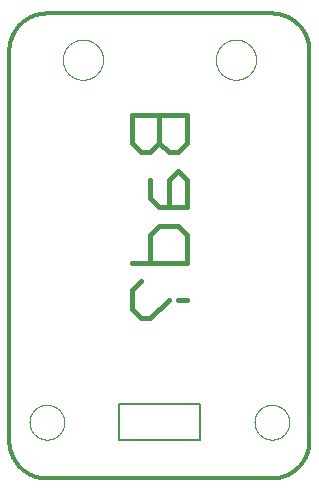
<source format=gbo>
G75*
%MOIN*%
%OFA0B0*%
%FSLAX25Y25*%
%IPPOS*%
%LPD*%
%AMOC8*
5,1,8,0,0,1.08239X$1,22.5*
%
%ADD10C,0.01200*%
%ADD11C,0.00000*%
%ADD12C,0.01600*%
%ADD13C,0.00500*%
D10*
X0009700Y0022200D02*
X0009700Y0152200D01*
X0009704Y0152502D01*
X0009715Y0152804D01*
X0009733Y0153105D01*
X0009758Y0153406D01*
X0009791Y0153707D01*
X0009831Y0154006D01*
X0009878Y0154304D01*
X0009933Y0154602D01*
X0009994Y0154897D01*
X0010063Y0155191D01*
X0010139Y0155484D01*
X0010222Y0155774D01*
X0010312Y0156063D01*
X0010409Y0156349D01*
X0010512Y0156633D01*
X0010623Y0156914D01*
X0010740Y0157192D01*
X0010864Y0157468D01*
X0010995Y0157740D01*
X0011132Y0158009D01*
X0011275Y0158275D01*
X0011425Y0158537D01*
X0011582Y0158796D01*
X0011744Y0159050D01*
X0011913Y0159301D01*
X0012087Y0159547D01*
X0012268Y0159790D01*
X0012454Y0160027D01*
X0012646Y0160261D01*
X0012844Y0160489D01*
X0013047Y0160713D01*
X0013255Y0160931D01*
X0013469Y0161145D01*
X0013687Y0161353D01*
X0013911Y0161556D01*
X0014139Y0161754D01*
X0014373Y0161946D01*
X0014610Y0162132D01*
X0014853Y0162313D01*
X0015099Y0162487D01*
X0015350Y0162656D01*
X0015604Y0162818D01*
X0015863Y0162975D01*
X0016125Y0163125D01*
X0016391Y0163268D01*
X0016660Y0163405D01*
X0016932Y0163536D01*
X0017208Y0163660D01*
X0017486Y0163777D01*
X0017767Y0163888D01*
X0018051Y0163991D01*
X0018337Y0164088D01*
X0018626Y0164178D01*
X0018916Y0164261D01*
X0019209Y0164337D01*
X0019503Y0164406D01*
X0019798Y0164467D01*
X0020096Y0164522D01*
X0020394Y0164569D01*
X0020693Y0164609D01*
X0020994Y0164642D01*
X0021295Y0164667D01*
X0021596Y0164685D01*
X0021898Y0164696D01*
X0022200Y0164700D01*
X0097200Y0164700D01*
X0097502Y0164696D01*
X0097804Y0164685D01*
X0098105Y0164667D01*
X0098406Y0164642D01*
X0098707Y0164609D01*
X0099006Y0164569D01*
X0099304Y0164522D01*
X0099602Y0164467D01*
X0099897Y0164406D01*
X0100191Y0164337D01*
X0100484Y0164261D01*
X0100774Y0164178D01*
X0101063Y0164088D01*
X0101349Y0163991D01*
X0101633Y0163888D01*
X0101914Y0163777D01*
X0102192Y0163660D01*
X0102468Y0163536D01*
X0102740Y0163405D01*
X0103009Y0163268D01*
X0103275Y0163125D01*
X0103537Y0162975D01*
X0103796Y0162818D01*
X0104050Y0162656D01*
X0104301Y0162487D01*
X0104547Y0162313D01*
X0104790Y0162132D01*
X0105027Y0161946D01*
X0105261Y0161754D01*
X0105489Y0161556D01*
X0105713Y0161353D01*
X0105931Y0161145D01*
X0106145Y0160931D01*
X0106353Y0160713D01*
X0106556Y0160489D01*
X0106754Y0160261D01*
X0106946Y0160027D01*
X0107132Y0159790D01*
X0107313Y0159547D01*
X0107487Y0159301D01*
X0107656Y0159050D01*
X0107818Y0158796D01*
X0107975Y0158537D01*
X0108125Y0158275D01*
X0108268Y0158009D01*
X0108405Y0157740D01*
X0108536Y0157468D01*
X0108660Y0157192D01*
X0108777Y0156914D01*
X0108888Y0156633D01*
X0108991Y0156349D01*
X0109088Y0156063D01*
X0109178Y0155774D01*
X0109261Y0155484D01*
X0109337Y0155191D01*
X0109406Y0154897D01*
X0109467Y0154602D01*
X0109522Y0154304D01*
X0109569Y0154006D01*
X0109609Y0153707D01*
X0109642Y0153406D01*
X0109667Y0153105D01*
X0109685Y0152804D01*
X0109696Y0152502D01*
X0109700Y0152200D01*
X0109700Y0022200D01*
X0109696Y0021898D01*
X0109685Y0021596D01*
X0109667Y0021295D01*
X0109642Y0020994D01*
X0109609Y0020693D01*
X0109569Y0020394D01*
X0109522Y0020096D01*
X0109467Y0019798D01*
X0109406Y0019503D01*
X0109337Y0019209D01*
X0109261Y0018916D01*
X0109178Y0018626D01*
X0109088Y0018337D01*
X0108991Y0018051D01*
X0108888Y0017767D01*
X0108777Y0017486D01*
X0108660Y0017208D01*
X0108536Y0016932D01*
X0108405Y0016660D01*
X0108268Y0016391D01*
X0108125Y0016125D01*
X0107975Y0015863D01*
X0107818Y0015604D01*
X0107656Y0015350D01*
X0107487Y0015099D01*
X0107313Y0014853D01*
X0107132Y0014610D01*
X0106946Y0014373D01*
X0106754Y0014139D01*
X0106556Y0013911D01*
X0106353Y0013687D01*
X0106145Y0013469D01*
X0105931Y0013255D01*
X0105713Y0013047D01*
X0105489Y0012844D01*
X0105261Y0012646D01*
X0105027Y0012454D01*
X0104790Y0012268D01*
X0104547Y0012087D01*
X0104301Y0011913D01*
X0104050Y0011744D01*
X0103796Y0011582D01*
X0103537Y0011425D01*
X0103275Y0011275D01*
X0103009Y0011132D01*
X0102740Y0010995D01*
X0102468Y0010864D01*
X0102192Y0010740D01*
X0101914Y0010623D01*
X0101633Y0010512D01*
X0101349Y0010409D01*
X0101063Y0010312D01*
X0100774Y0010222D01*
X0100484Y0010139D01*
X0100191Y0010063D01*
X0099897Y0009994D01*
X0099602Y0009933D01*
X0099304Y0009878D01*
X0099006Y0009831D01*
X0098707Y0009791D01*
X0098406Y0009758D01*
X0098105Y0009733D01*
X0097804Y0009715D01*
X0097502Y0009704D01*
X0097200Y0009700D01*
X0022200Y0009700D01*
X0021898Y0009704D01*
X0021596Y0009715D01*
X0021295Y0009733D01*
X0020994Y0009758D01*
X0020693Y0009791D01*
X0020394Y0009831D01*
X0020096Y0009878D01*
X0019798Y0009933D01*
X0019503Y0009994D01*
X0019209Y0010063D01*
X0018916Y0010139D01*
X0018626Y0010222D01*
X0018337Y0010312D01*
X0018051Y0010409D01*
X0017767Y0010512D01*
X0017486Y0010623D01*
X0017208Y0010740D01*
X0016932Y0010864D01*
X0016660Y0010995D01*
X0016391Y0011132D01*
X0016125Y0011275D01*
X0015863Y0011425D01*
X0015604Y0011582D01*
X0015350Y0011744D01*
X0015099Y0011913D01*
X0014853Y0012087D01*
X0014610Y0012268D01*
X0014373Y0012454D01*
X0014139Y0012646D01*
X0013911Y0012844D01*
X0013687Y0013047D01*
X0013469Y0013255D01*
X0013255Y0013469D01*
X0013047Y0013687D01*
X0012844Y0013911D01*
X0012646Y0014139D01*
X0012454Y0014373D01*
X0012268Y0014610D01*
X0012087Y0014853D01*
X0011913Y0015099D01*
X0011744Y0015350D01*
X0011582Y0015604D01*
X0011425Y0015863D01*
X0011275Y0016125D01*
X0011132Y0016391D01*
X0010995Y0016660D01*
X0010864Y0016932D01*
X0010740Y0017208D01*
X0010623Y0017486D01*
X0010512Y0017767D01*
X0010409Y0018051D01*
X0010312Y0018337D01*
X0010222Y0018626D01*
X0010139Y0018916D01*
X0010063Y0019209D01*
X0009994Y0019503D01*
X0009933Y0019798D01*
X0009878Y0020096D01*
X0009831Y0020394D01*
X0009791Y0020693D01*
X0009758Y0020994D01*
X0009733Y0021295D01*
X0009715Y0021596D01*
X0009704Y0021898D01*
X0009700Y0022200D01*
D11*
X0016400Y0028450D02*
X0016402Y0028602D01*
X0016408Y0028754D01*
X0016418Y0028905D01*
X0016432Y0029056D01*
X0016450Y0029207D01*
X0016471Y0029357D01*
X0016497Y0029507D01*
X0016527Y0029656D01*
X0016560Y0029804D01*
X0016598Y0029951D01*
X0016639Y0030097D01*
X0016684Y0030242D01*
X0016733Y0030386D01*
X0016785Y0030529D01*
X0016841Y0030670D01*
X0016901Y0030809D01*
X0016965Y0030947D01*
X0017032Y0031083D01*
X0017103Y0031218D01*
X0017177Y0031350D01*
X0017255Y0031480D01*
X0017336Y0031609D01*
X0017420Y0031735D01*
X0017508Y0031859D01*
X0017599Y0031981D01*
X0017693Y0032100D01*
X0017790Y0032217D01*
X0017890Y0032331D01*
X0017993Y0032442D01*
X0018099Y0032551D01*
X0018208Y0032657D01*
X0018319Y0032760D01*
X0018433Y0032860D01*
X0018550Y0032957D01*
X0018669Y0033051D01*
X0018791Y0033142D01*
X0018915Y0033230D01*
X0019041Y0033314D01*
X0019170Y0033395D01*
X0019300Y0033473D01*
X0019432Y0033547D01*
X0019567Y0033618D01*
X0019703Y0033685D01*
X0019841Y0033749D01*
X0019980Y0033809D01*
X0020121Y0033865D01*
X0020264Y0033917D01*
X0020408Y0033966D01*
X0020553Y0034011D01*
X0020699Y0034052D01*
X0020846Y0034090D01*
X0020994Y0034123D01*
X0021143Y0034153D01*
X0021293Y0034179D01*
X0021443Y0034200D01*
X0021594Y0034218D01*
X0021745Y0034232D01*
X0021896Y0034242D01*
X0022048Y0034248D01*
X0022200Y0034250D01*
X0022352Y0034248D01*
X0022504Y0034242D01*
X0022655Y0034232D01*
X0022806Y0034218D01*
X0022957Y0034200D01*
X0023107Y0034179D01*
X0023257Y0034153D01*
X0023406Y0034123D01*
X0023554Y0034090D01*
X0023701Y0034052D01*
X0023847Y0034011D01*
X0023992Y0033966D01*
X0024136Y0033917D01*
X0024279Y0033865D01*
X0024420Y0033809D01*
X0024559Y0033749D01*
X0024697Y0033685D01*
X0024833Y0033618D01*
X0024968Y0033547D01*
X0025100Y0033473D01*
X0025230Y0033395D01*
X0025359Y0033314D01*
X0025485Y0033230D01*
X0025609Y0033142D01*
X0025731Y0033051D01*
X0025850Y0032957D01*
X0025967Y0032860D01*
X0026081Y0032760D01*
X0026192Y0032657D01*
X0026301Y0032551D01*
X0026407Y0032442D01*
X0026510Y0032331D01*
X0026610Y0032217D01*
X0026707Y0032100D01*
X0026801Y0031981D01*
X0026892Y0031859D01*
X0026980Y0031735D01*
X0027064Y0031609D01*
X0027145Y0031480D01*
X0027223Y0031350D01*
X0027297Y0031218D01*
X0027368Y0031083D01*
X0027435Y0030947D01*
X0027499Y0030809D01*
X0027559Y0030670D01*
X0027615Y0030529D01*
X0027667Y0030386D01*
X0027716Y0030242D01*
X0027761Y0030097D01*
X0027802Y0029951D01*
X0027840Y0029804D01*
X0027873Y0029656D01*
X0027903Y0029507D01*
X0027929Y0029357D01*
X0027950Y0029207D01*
X0027968Y0029056D01*
X0027982Y0028905D01*
X0027992Y0028754D01*
X0027998Y0028602D01*
X0028000Y0028450D01*
X0027998Y0028298D01*
X0027992Y0028146D01*
X0027982Y0027995D01*
X0027968Y0027844D01*
X0027950Y0027693D01*
X0027929Y0027543D01*
X0027903Y0027393D01*
X0027873Y0027244D01*
X0027840Y0027096D01*
X0027802Y0026949D01*
X0027761Y0026803D01*
X0027716Y0026658D01*
X0027667Y0026514D01*
X0027615Y0026371D01*
X0027559Y0026230D01*
X0027499Y0026091D01*
X0027435Y0025953D01*
X0027368Y0025817D01*
X0027297Y0025682D01*
X0027223Y0025550D01*
X0027145Y0025420D01*
X0027064Y0025291D01*
X0026980Y0025165D01*
X0026892Y0025041D01*
X0026801Y0024919D01*
X0026707Y0024800D01*
X0026610Y0024683D01*
X0026510Y0024569D01*
X0026407Y0024458D01*
X0026301Y0024349D01*
X0026192Y0024243D01*
X0026081Y0024140D01*
X0025967Y0024040D01*
X0025850Y0023943D01*
X0025731Y0023849D01*
X0025609Y0023758D01*
X0025485Y0023670D01*
X0025359Y0023586D01*
X0025230Y0023505D01*
X0025100Y0023427D01*
X0024968Y0023353D01*
X0024833Y0023282D01*
X0024697Y0023215D01*
X0024559Y0023151D01*
X0024420Y0023091D01*
X0024279Y0023035D01*
X0024136Y0022983D01*
X0023992Y0022934D01*
X0023847Y0022889D01*
X0023701Y0022848D01*
X0023554Y0022810D01*
X0023406Y0022777D01*
X0023257Y0022747D01*
X0023107Y0022721D01*
X0022957Y0022700D01*
X0022806Y0022682D01*
X0022655Y0022668D01*
X0022504Y0022658D01*
X0022352Y0022652D01*
X0022200Y0022650D01*
X0022048Y0022652D01*
X0021896Y0022658D01*
X0021745Y0022668D01*
X0021594Y0022682D01*
X0021443Y0022700D01*
X0021293Y0022721D01*
X0021143Y0022747D01*
X0020994Y0022777D01*
X0020846Y0022810D01*
X0020699Y0022848D01*
X0020553Y0022889D01*
X0020408Y0022934D01*
X0020264Y0022983D01*
X0020121Y0023035D01*
X0019980Y0023091D01*
X0019841Y0023151D01*
X0019703Y0023215D01*
X0019567Y0023282D01*
X0019432Y0023353D01*
X0019300Y0023427D01*
X0019170Y0023505D01*
X0019041Y0023586D01*
X0018915Y0023670D01*
X0018791Y0023758D01*
X0018669Y0023849D01*
X0018550Y0023943D01*
X0018433Y0024040D01*
X0018319Y0024140D01*
X0018208Y0024243D01*
X0018099Y0024349D01*
X0017993Y0024458D01*
X0017890Y0024569D01*
X0017790Y0024683D01*
X0017693Y0024800D01*
X0017599Y0024919D01*
X0017508Y0025041D01*
X0017420Y0025165D01*
X0017336Y0025291D01*
X0017255Y0025420D01*
X0017177Y0025550D01*
X0017103Y0025682D01*
X0017032Y0025817D01*
X0016965Y0025953D01*
X0016901Y0026091D01*
X0016841Y0026230D01*
X0016785Y0026371D01*
X0016733Y0026514D01*
X0016684Y0026658D01*
X0016639Y0026803D01*
X0016598Y0026949D01*
X0016560Y0027096D01*
X0016527Y0027244D01*
X0016497Y0027393D01*
X0016471Y0027543D01*
X0016450Y0027693D01*
X0016432Y0027844D01*
X0016418Y0027995D01*
X0016408Y0028146D01*
X0016402Y0028298D01*
X0016400Y0028450D01*
X0091400Y0028450D02*
X0091402Y0028602D01*
X0091408Y0028754D01*
X0091418Y0028905D01*
X0091432Y0029056D01*
X0091450Y0029207D01*
X0091471Y0029357D01*
X0091497Y0029507D01*
X0091527Y0029656D01*
X0091560Y0029804D01*
X0091598Y0029951D01*
X0091639Y0030097D01*
X0091684Y0030242D01*
X0091733Y0030386D01*
X0091785Y0030529D01*
X0091841Y0030670D01*
X0091901Y0030809D01*
X0091965Y0030947D01*
X0092032Y0031083D01*
X0092103Y0031218D01*
X0092177Y0031350D01*
X0092255Y0031480D01*
X0092336Y0031609D01*
X0092420Y0031735D01*
X0092508Y0031859D01*
X0092599Y0031981D01*
X0092693Y0032100D01*
X0092790Y0032217D01*
X0092890Y0032331D01*
X0092993Y0032442D01*
X0093099Y0032551D01*
X0093208Y0032657D01*
X0093319Y0032760D01*
X0093433Y0032860D01*
X0093550Y0032957D01*
X0093669Y0033051D01*
X0093791Y0033142D01*
X0093915Y0033230D01*
X0094041Y0033314D01*
X0094170Y0033395D01*
X0094300Y0033473D01*
X0094432Y0033547D01*
X0094567Y0033618D01*
X0094703Y0033685D01*
X0094841Y0033749D01*
X0094980Y0033809D01*
X0095121Y0033865D01*
X0095264Y0033917D01*
X0095408Y0033966D01*
X0095553Y0034011D01*
X0095699Y0034052D01*
X0095846Y0034090D01*
X0095994Y0034123D01*
X0096143Y0034153D01*
X0096293Y0034179D01*
X0096443Y0034200D01*
X0096594Y0034218D01*
X0096745Y0034232D01*
X0096896Y0034242D01*
X0097048Y0034248D01*
X0097200Y0034250D01*
X0097352Y0034248D01*
X0097504Y0034242D01*
X0097655Y0034232D01*
X0097806Y0034218D01*
X0097957Y0034200D01*
X0098107Y0034179D01*
X0098257Y0034153D01*
X0098406Y0034123D01*
X0098554Y0034090D01*
X0098701Y0034052D01*
X0098847Y0034011D01*
X0098992Y0033966D01*
X0099136Y0033917D01*
X0099279Y0033865D01*
X0099420Y0033809D01*
X0099559Y0033749D01*
X0099697Y0033685D01*
X0099833Y0033618D01*
X0099968Y0033547D01*
X0100100Y0033473D01*
X0100230Y0033395D01*
X0100359Y0033314D01*
X0100485Y0033230D01*
X0100609Y0033142D01*
X0100731Y0033051D01*
X0100850Y0032957D01*
X0100967Y0032860D01*
X0101081Y0032760D01*
X0101192Y0032657D01*
X0101301Y0032551D01*
X0101407Y0032442D01*
X0101510Y0032331D01*
X0101610Y0032217D01*
X0101707Y0032100D01*
X0101801Y0031981D01*
X0101892Y0031859D01*
X0101980Y0031735D01*
X0102064Y0031609D01*
X0102145Y0031480D01*
X0102223Y0031350D01*
X0102297Y0031218D01*
X0102368Y0031083D01*
X0102435Y0030947D01*
X0102499Y0030809D01*
X0102559Y0030670D01*
X0102615Y0030529D01*
X0102667Y0030386D01*
X0102716Y0030242D01*
X0102761Y0030097D01*
X0102802Y0029951D01*
X0102840Y0029804D01*
X0102873Y0029656D01*
X0102903Y0029507D01*
X0102929Y0029357D01*
X0102950Y0029207D01*
X0102968Y0029056D01*
X0102982Y0028905D01*
X0102992Y0028754D01*
X0102998Y0028602D01*
X0103000Y0028450D01*
X0102998Y0028298D01*
X0102992Y0028146D01*
X0102982Y0027995D01*
X0102968Y0027844D01*
X0102950Y0027693D01*
X0102929Y0027543D01*
X0102903Y0027393D01*
X0102873Y0027244D01*
X0102840Y0027096D01*
X0102802Y0026949D01*
X0102761Y0026803D01*
X0102716Y0026658D01*
X0102667Y0026514D01*
X0102615Y0026371D01*
X0102559Y0026230D01*
X0102499Y0026091D01*
X0102435Y0025953D01*
X0102368Y0025817D01*
X0102297Y0025682D01*
X0102223Y0025550D01*
X0102145Y0025420D01*
X0102064Y0025291D01*
X0101980Y0025165D01*
X0101892Y0025041D01*
X0101801Y0024919D01*
X0101707Y0024800D01*
X0101610Y0024683D01*
X0101510Y0024569D01*
X0101407Y0024458D01*
X0101301Y0024349D01*
X0101192Y0024243D01*
X0101081Y0024140D01*
X0100967Y0024040D01*
X0100850Y0023943D01*
X0100731Y0023849D01*
X0100609Y0023758D01*
X0100485Y0023670D01*
X0100359Y0023586D01*
X0100230Y0023505D01*
X0100100Y0023427D01*
X0099968Y0023353D01*
X0099833Y0023282D01*
X0099697Y0023215D01*
X0099559Y0023151D01*
X0099420Y0023091D01*
X0099279Y0023035D01*
X0099136Y0022983D01*
X0098992Y0022934D01*
X0098847Y0022889D01*
X0098701Y0022848D01*
X0098554Y0022810D01*
X0098406Y0022777D01*
X0098257Y0022747D01*
X0098107Y0022721D01*
X0097957Y0022700D01*
X0097806Y0022682D01*
X0097655Y0022668D01*
X0097504Y0022658D01*
X0097352Y0022652D01*
X0097200Y0022650D01*
X0097048Y0022652D01*
X0096896Y0022658D01*
X0096745Y0022668D01*
X0096594Y0022682D01*
X0096443Y0022700D01*
X0096293Y0022721D01*
X0096143Y0022747D01*
X0095994Y0022777D01*
X0095846Y0022810D01*
X0095699Y0022848D01*
X0095553Y0022889D01*
X0095408Y0022934D01*
X0095264Y0022983D01*
X0095121Y0023035D01*
X0094980Y0023091D01*
X0094841Y0023151D01*
X0094703Y0023215D01*
X0094567Y0023282D01*
X0094432Y0023353D01*
X0094300Y0023427D01*
X0094170Y0023505D01*
X0094041Y0023586D01*
X0093915Y0023670D01*
X0093791Y0023758D01*
X0093669Y0023849D01*
X0093550Y0023943D01*
X0093433Y0024040D01*
X0093319Y0024140D01*
X0093208Y0024243D01*
X0093099Y0024349D01*
X0092993Y0024458D01*
X0092890Y0024569D01*
X0092790Y0024683D01*
X0092693Y0024800D01*
X0092599Y0024919D01*
X0092508Y0025041D01*
X0092420Y0025165D01*
X0092336Y0025291D01*
X0092255Y0025420D01*
X0092177Y0025550D01*
X0092103Y0025682D01*
X0092032Y0025817D01*
X0091965Y0025953D01*
X0091901Y0026091D01*
X0091841Y0026230D01*
X0091785Y0026371D01*
X0091733Y0026514D01*
X0091684Y0026658D01*
X0091639Y0026803D01*
X0091598Y0026949D01*
X0091560Y0027096D01*
X0091527Y0027244D01*
X0091497Y0027393D01*
X0091471Y0027543D01*
X0091450Y0027693D01*
X0091432Y0027844D01*
X0091418Y0027995D01*
X0091408Y0028146D01*
X0091402Y0028298D01*
X0091400Y0028450D01*
X0078500Y0149300D02*
X0078502Y0149464D01*
X0078508Y0149629D01*
X0078518Y0149793D01*
X0078532Y0149957D01*
X0078550Y0150120D01*
X0078573Y0150283D01*
X0078599Y0150445D01*
X0078629Y0150607D01*
X0078663Y0150768D01*
X0078701Y0150928D01*
X0078743Y0151087D01*
X0078788Y0151245D01*
X0078838Y0151402D01*
X0078892Y0151557D01*
X0078949Y0151711D01*
X0079010Y0151864D01*
X0079075Y0152015D01*
X0079143Y0152165D01*
X0079215Y0152312D01*
X0079291Y0152458D01*
X0079370Y0152602D01*
X0079453Y0152744D01*
X0079539Y0152884D01*
X0079629Y0153022D01*
X0079722Y0153158D01*
X0079819Y0153291D01*
X0079918Y0153422D01*
X0080021Y0153550D01*
X0080127Y0153676D01*
X0080236Y0153799D01*
X0080348Y0153920D01*
X0080462Y0154038D01*
X0080580Y0154152D01*
X0080701Y0154264D01*
X0080824Y0154373D01*
X0080950Y0154479D01*
X0081078Y0154582D01*
X0081209Y0154681D01*
X0081342Y0154778D01*
X0081478Y0154871D01*
X0081616Y0154961D01*
X0081756Y0155047D01*
X0081898Y0155130D01*
X0082042Y0155209D01*
X0082188Y0155285D01*
X0082335Y0155357D01*
X0082485Y0155425D01*
X0082636Y0155490D01*
X0082789Y0155551D01*
X0082943Y0155608D01*
X0083098Y0155662D01*
X0083255Y0155712D01*
X0083413Y0155757D01*
X0083572Y0155799D01*
X0083732Y0155837D01*
X0083893Y0155871D01*
X0084055Y0155901D01*
X0084217Y0155927D01*
X0084380Y0155950D01*
X0084543Y0155968D01*
X0084707Y0155982D01*
X0084871Y0155992D01*
X0085036Y0155998D01*
X0085200Y0156000D01*
X0085364Y0155998D01*
X0085529Y0155992D01*
X0085693Y0155982D01*
X0085857Y0155968D01*
X0086020Y0155950D01*
X0086183Y0155927D01*
X0086345Y0155901D01*
X0086507Y0155871D01*
X0086668Y0155837D01*
X0086828Y0155799D01*
X0086987Y0155757D01*
X0087145Y0155712D01*
X0087302Y0155662D01*
X0087457Y0155608D01*
X0087611Y0155551D01*
X0087764Y0155490D01*
X0087915Y0155425D01*
X0088065Y0155357D01*
X0088212Y0155285D01*
X0088358Y0155209D01*
X0088502Y0155130D01*
X0088644Y0155047D01*
X0088784Y0154961D01*
X0088922Y0154871D01*
X0089058Y0154778D01*
X0089191Y0154681D01*
X0089322Y0154582D01*
X0089450Y0154479D01*
X0089576Y0154373D01*
X0089699Y0154264D01*
X0089820Y0154152D01*
X0089938Y0154038D01*
X0090052Y0153920D01*
X0090164Y0153799D01*
X0090273Y0153676D01*
X0090379Y0153550D01*
X0090482Y0153422D01*
X0090581Y0153291D01*
X0090678Y0153158D01*
X0090771Y0153022D01*
X0090861Y0152884D01*
X0090947Y0152744D01*
X0091030Y0152602D01*
X0091109Y0152458D01*
X0091185Y0152312D01*
X0091257Y0152165D01*
X0091325Y0152015D01*
X0091390Y0151864D01*
X0091451Y0151711D01*
X0091508Y0151557D01*
X0091562Y0151402D01*
X0091612Y0151245D01*
X0091657Y0151087D01*
X0091699Y0150928D01*
X0091737Y0150768D01*
X0091771Y0150607D01*
X0091801Y0150445D01*
X0091827Y0150283D01*
X0091850Y0150120D01*
X0091868Y0149957D01*
X0091882Y0149793D01*
X0091892Y0149629D01*
X0091898Y0149464D01*
X0091900Y0149300D01*
X0091898Y0149136D01*
X0091892Y0148971D01*
X0091882Y0148807D01*
X0091868Y0148643D01*
X0091850Y0148480D01*
X0091827Y0148317D01*
X0091801Y0148155D01*
X0091771Y0147993D01*
X0091737Y0147832D01*
X0091699Y0147672D01*
X0091657Y0147513D01*
X0091612Y0147355D01*
X0091562Y0147198D01*
X0091508Y0147043D01*
X0091451Y0146889D01*
X0091390Y0146736D01*
X0091325Y0146585D01*
X0091257Y0146435D01*
X0091185Y0146288D01*
X0091109Y0146142D01*
X0091030Y0145998D01*
X0090947Y0145856D01*
X0090861Y0145716D01*
X0090771Y0145578D01*
X0090678Y0145442D01*
X0090581Y0145309D01*
X0090482Y0145178D01*
X0090379Y0145050D01*
X0090273Y0144924D01*
X0090164Y0144801D01*
X0090052Y0144680D01*
X0089938Y0144562D01*
X0089820Y0144448D01*
X0089699Y0144336D01*
X0089576Y0144227D01*
X0089450Y0144121D01*
X0089322Y0144018D01*
X0089191Y0143919D01*
X0089058Y0143822D01*
X0088922Y0143729D01*
X0088784Y0143639D01*
X0088644Y0143553D01*
X0088502Y0143470D01*
X0088358Y0143391D01*
X0088212Y0143315D01*
X0088065Y0143243D01*
X0087915Y0143175D01*
X0087764Y0143110D01*
X0087611Y0143049D01*
X0087457Y0142992D01*
X0087302Y0142938D01*
X0087145Y0142888D01*
X0086987Y0142843D01*
X0086828Y0142801D01*
X0086668Y0142763D01*
X0086507Y0142729D01*
X0086345Y0142699D01*
X0086183Y0142673D01*
X0086020Y0142650D01*
X0085857Y0142632D01*
X0085693Y0142618D01*
X0085529Y0142608D01*
X0085364Y0142602D01*
X0085200Y0142600D01*
X0085036Y0142602D01*
X0084871Y0142608D01*
X0084707Y0142618D01*
X0084543Y0142632D01*
X0084380Y0142650D01*
X0084217Y0142673D01*
X0084055Y0142699D01*
X0083893Y0142729D01*
X0083732Y0142763D01*
X0083572Y0142801D01*
X0083413Y0142843D01*
X0083255Y0142888D01*
X0083098Y0142938D01*
X0082943Y0142992D01*
X0082789Y0143049D01*
X0082636Y0143110D01*
X0082485Y0143175D01*
X0082335Y0143243D01*
X0082188Y0143315D01*
X0082042Y0143391D01*
X0081898Y0143470D01*
X0081756Y0143553D01*
X0081616Y0143639D01*
X0081478Y0143729D01*
X0081342Y0143822D01*
X0081209Y0143919D01*
X0081078Y0144018D01*
X0080950Y0144121D01*
X0080824Y0144227D01*
X0080701Y0144336D01*
X0080580Y0144448D01*
X0080462Y0144562D01*
X0080348Y0144680D01*
X0080236Y0144801D01*
X0080127Y0144924D01*
X0080021Y0145050D01*
X0079918Y0145178D01*
X0079819Y0145309D01*
X0079722Y0145442D01*
X0079629Y0145578D01*
X0079539Y0145716D01*
X0079453Y0145856D01*
X0079370Y0145998D01*
X0079291Y0146142D01*
X0079215Y0146288D01*
X0079143Y0146435D01*
X0079075Y0146585D01*
X0079010Y0146736D01*
X0078949Y0146889D01*
X0078892Y0147043D01*
X0078838Y0147198D01*
X0078788Y0147355D01*
X0078743Y0147513D01*
X0078701Y0147672D01*
X0078663Y0147832D01*
X0078629Y0147993D01*
X0078599Y0148155D01*
X0078573Y0148317D01*
X0078550Y0148480D01*
X0078532Y0148643D01*
X0078518Y0148807D01*
X0078508Y0148971D01*
X0078502Y0149136D01*
X0078500Y0149300D01*
X0027500Y0149300D02*
X0027502Y0149464D01*
X0027508Y0149629D01*
X0027518Y0149793D01*
X0027532Y0149957D01*
X0027550Y0150120D01*
X0027573Y0150283D01*
X0027599Y0150445D01*
X0027629Y0150607D01*
X0027663Y0150768D01*
X0027701Y0150928D01*
X0027743Y0151087D01*
X0027788Y0151245D01*
X0027838Y0151402D01*
X0027892Y0151557D01*
X0027949Y0151711D01*
X0028010Y0151864D01*
X0028075Y0152015D01*
X0028143Y0152165D01*
X0028215Y0152312D01*
X0028291Y0152458D01*
X0028370Y0152602D01*
X0028453Y0152744D01*
X0028539Y0152884D01*
X0028629Y0153022D01*
X0028722Y0153158D01*
X0028819Y0153291D01*
X0028918Y0153422D01*
X0029021Y0153550D01*
X0029127Y0153676D01*
X0029236Y0153799D01*
X0029348Y0153920D01*
X0029462Y0154038D01*
X0029580Y0154152D01*
X0029701Y0154264D01*
X0029824Y0154373D01*
X0029950Y0154479D01*
X0030078Y0154582D01*
X0030209Y0154681D01*
X0030342Y0154778D01*
X0030478Y0154871D01*
X0030616Y0154961D01*
X0030756Y0155047D01*
X0030898Y0155130D01*
X0031042Y0155209D01*
X0031188Y0155285D01*
X0031335Y0155357D01*
X0031485Y0155425D01*
X0031636Y0155490D01*
X0031789Y0155551D01*
X0031943Y0155608D01*
X0032098Y0155662D01*
X0032255Y0155712D01*
X0032413Y0155757D01*
X0032572Y0155799D01*
X0032732Y0155837D01*
X0032893Y0155871D01*
X0033055Y0155901D01*
X0033217Y0155927D01*
X0033380Y0155950D01*
X0033543Y0155968D01*
X0033707Y0155982D01*
X0033871Y0155992D01*
X0034036Y0155998D01*
X0034200Y0156000D01*
X0034364Y0155998D01*
X0034529Y0155992D01*
X0034693Y0155982D01*
X0034857Y0155968D01*
X0035020Y0155950D01*
X0035183Y0155927D01*
X0035345Y0155901D01*
X0035507Y0155871D01*
X0035668Y0155837D01*
X0035828Y0155799D01*
X0035987Y0155757D01*
X0036145Y0155712D01*
X0036302Y0155662D01*
X0036457Y0155608D01*
X0036611Y0155551D01*
X0036764Y0155490D01*
X0036915Y0155425D01*
X0037065Y0155357D01*
X0037212Y0155285D01*
X0037358Y0155209D01*
X0037502Y0155130D01*
X0037644Y0155047D01*
X0037784Y0154961D01*
X0037922Y0154871D01*
X0038058Y0154778D01*
X0038191Y0154681D01*
X0038322Y0154582D01*
X0038450Y0154479D01*
X0038576Y0154373D01*
X0038699Y0154264D01*
X0038820Y0154152D01*
X0038938Y0154038D01*
X0039052Y0153920D01*
X0039164Y0153799D01*
X0039273Y0153676D01*
X0039379Y0153550D01*
X0039482Y0153422D01*
X0039581Y0153291D01*
X0039678Y0153158D01*
X0039771Y0153022D01*
X0039861Y0152884D01*
X0039947Y0152744D01*
X0040030Y0152602D01*
X0040109Y0152458D01*
X0040185Y0152312D01*
X0040257Y0152165D01*
X0040325Y0152015D01*
X0040390Y0151864D01*
X0040451Y0151711D01*
X0040508Y0151557D01*
X0040562Y0151402D01*
X0040612Y0151245D01*
X0040657Y0151087D01*
X0040699Y0150928D01*
X0040737Y0150768D01*
X0040771Y0150607D01*
X0040801Y0150445D01*
X0040827Y0150283D01*
X0040850Y0150120D01*
X0040868Y0149957D01*
X0040882Y0149793D01*
X0040892Y0149629D01*
X0040898Y0149464D01*
X0040900Y0149300D01*
X0040898Y0149136D01*
X0040892Y0148971D01*
X0040882Y0148807D01*
X0040868Y0148643D01*
X0040850Y0148480D01*
X0040827Y0148317D01*
X0040801Y0148155D01*
X0040771Y0147993D01*
X0040737Y0147832D01*
X0040699Y0147672D01*
X0040657Y0147513D01*
X0040612Y0147355D01*
X0040562Y0147198D01*
X0040508Y0147043D01*
X0040451Y0146889D01*
X0040390Y0146736D01*
X0040325Y0146585D01*
X0040257Y0146435D01*
X0040185Y0146288D01*
X0040109Y0146142D01*
X0040030Y0145998D01*
X0039947Y0145856D01*
X0039861Y0145716D01*
X0039771Y0145578D01*
X0039678Y0145442D01*
X0039581Y0145309D01*
X0039482Y0145178D01*
X0039379Y0145050D01*
X0039273Y0144924D01*
X0039164Y0144801D01*
X0039052Y0144680D01*
X0038938Y0144562D01*
X0038820Y0144448D01*
X0038699Y0144336D01*
X0038576Y0144227D01*
X0038450Y0144121D01*
X0038322Y0144018D01*
X0038191Y0143919D01*
X0038058Y0143822D01*
X0037922Y0143729D01*
X0037784Y0143639D01*
X0037644Y0143553D01*
X0037502Y0143470D01*
X0037358Y0143391D01*
X0037212Y0143315D01*
X0037065Y0143243D01*
X0036915Y0143175D01*
X0036764Y0143110D01*
X0036611Y0143049D01*
X0036457Y0142992D01*
X0036302Y0142938D01*
X0036145Y0142888D01*
X0035987Y0142843D01*
X0035828Y0142801D01*
X0035668Y0142763D01*
X0035507Y0142729D01*
X0035345Y0142699D01*
X0035183Y0142673D01*
X0035020Y0142650D01*
X0034857Y0142632D01*
X0034693Y0142618D01*
X0034529Y0142608D01*
X0034364Y0142602D01*
X0034200Y0142600D01*
X0034036Y0142602D01*
X0033871Y0142608D01*
X0033707Y0142618D01*
X0033543Y0142632D01*
X0033380Y0142650D01*
X0033217Y0142673D01*
X0033055Y0142699D01*
X0032893Y0142729D01*
X0032732Y0142763D01*
X0032572Y0142801D01*
X0032413Y0142843D01*
X0032255Y0142888D01*
X0032098Y0142938D01*
X0031943Y0142992D01*
X0031789Y0143049D01*
X0031636Y0143110D01*
X0031485Y0143175D01*
X0031335Y0143243D01*
X0031188Y0143315D01*
X0031042Y0143391D01*
X0030898Y0143470D01*
X0030756Y0143553D01*
X0030616Y0143639D01*
X0030478Y0143729D01*
X0030342Y0143822D01*
X0030209Y0143919D01*
X0030078Y0144018D01*
X0029950Y0144121D01*
X0029824Y0144227D01*
X0029701Y0144336D01*
X0029580Y0144448D01*
X0029462Y0144562D01*
X0029348Y0144680D01*
X0029236Y0144801D01*
X0029127Y0144924D01*
X0029021Y0145050D01*
X0028918Y0145178D01*
X0028819Y0145309D01*
X0028722Y0145442D01*
X0028629Y0145578D01*
X0028539Y0145716D01*
X0028453Y0145856D01*
X0028370Y0145998D01*
X0028291Y0146142D01*
X0028215Y0146288D01*
X0028143Y0146435D01*
X0028075Y0146585D01*
X0028010Y0146736D01*
X0027949Y0146889D01*
X0027892Y0147043D01*
X0027838Y0147198D01*
X0027788Y0147355D01*
X0027743Y0147513D01*
X0027701Y0147672D01*
X0027663Y0147832D01*
X0027629Y0147993D01*
X0027599Y0148155D01*
X0027573Y0148317D01*
X0027550Y0148480D01*
X0027532Y0148643D01*
X0027518Y0148807D01*
X0027508Y0148971D01*
X0027502Y0149136D01*
X0027500Y0149300D01*
D12*
X0050484Y0130731D02*
X0050484Y0121524D01*
X0053554Y0118454D01*
X0056623Y0118454D01*
X0059692Y0121524D01*
X0059692Y0130731D01*
X0059692Y0121524D02*
X0062761Y0118454D01*
X0065831Y0118454D01*
X0068900Y0121524D01*
X0068900Y0130731D01*
X0050484Y0130731D01*
X0056623Y0109246D02*
X0056623Y0103108D01*
X0059692Y0100039D01*
X0068900Y0100039D01*
X0068900Y0109246D01*
X0065831Y0112316D01*
X0062761Y0109246D01*
X0062761Y0100039D01*
X0059692Y0093900D02*
X0056623Y0090831D01*
X0056623Y0081623D01*
X0053554Y0075484D02*
X0050484Y0072415D01*
X0050484Y0066276D01*
X0053554Y0063207D01*
X0056623Y0063207D01*
X0062761Y0069346D01*
X0065831Y0069346D02*
X0068900Y0069346D01*
X0068900Y0081623D02*
X0068900Y0090831D01*
X0065831Y0093900D01*
X0059692Y0093900D01*
X0050484Y0081623D02*
X0068900Y0081623D01*
D13*
X0073200Y0034450D02*
X0046200Y0034450D01*
X0046200Y0022450D01*
X0073200Y0022450D01*
X0073200Y0034450D01*
M02*

</source>
